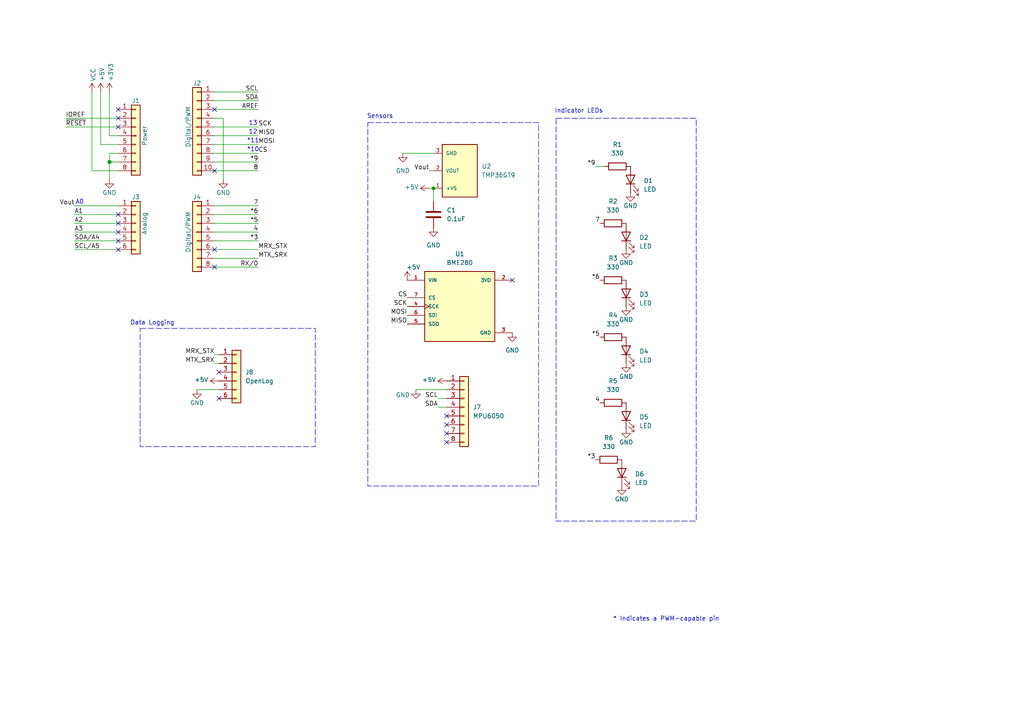
<source format=kicad_sch>
(kicad_sch (version 20250114) (generator "eeschema") (generator_version "9.0")
  (paper "A4")
  (title_block (date "mar. 31 mars 2015"))
  (lib_symbols
    (symbol "2652:2652" (pin_names (offset 1.016))
      (property "Reference" "U" (at -10.16 10.795 0))
      (property "Value" "2652" (at -10.16 -12.7 0))
      (symbol "2652_0_0"
        (rectangle (start -10.16 -10.16) (end 10.16 10.16) (stroke (width 0.254)) (fill (type background)))
        (pin input line (at -15.24 7.62 0) (length 5.08) (name "VIN") (number "1"))
        (pin input line (at -15.24 2.54 0) (length 5.08) (name "CS") (number "7"))
        (pin input clock (at -15.24 0 0) (length 5.08) (name "SCK") (number "4"))
        (pin input line (at -15.24 -2.54 0) (length 5.08) (name "SDI") (number "6"))
        (pin output line (at -15.24 -5.08 0) (length 5.08) (name "SDO") (number "5"))
        (pin output line (at 15.24 7.62 180) (length 5.08) (name "3VO") (number "2"))
        (pin power_in line (at 15.24 -7.62 180) (length 5.08) (name "GND") (number "3"))
      )
    )
    (symbol "Connector_Generic:Conn_01x06" (pin_names (offset 1.016) (hide yes))
      (property "Reference" "J" (at 0 7.62 0))
      (property "Value" "Conn_01x06" (at 0 -10.16 0))
      (symbol "Conn_01x06_1_1"
        (rectangle (start -1.27 6.35) (end 1.27 -8.89) (stroke (width 0.254)) (fill (type background)))
        (rectangle (start -1.27 5.207) (end 0 4.953) (stroke (width 0.1524)))
        (rectangle (start -1.27 2.667) (end 0 2.413) (stroke (width 0.1524)))
        (rectangle (start -1.27 0.127) (end 0 -0.127) (stroke (width 0.1524)))
        (rectangle (start -1.27 -2.413) (end 0 -2.667) (stroke (width 0.1524)))
        (rectangle (start -1.27 -4.953) (end 0 -5.207) (stroke (width 0.1524)))
        (rectangle (start -1.27 -7.493) (end 0 -7.747) (stroke (width 0.1524)))
        (pin passive line (at -5.08 5.08 0) (length 3.81) (name "Pin_1") (number "1"))
        (pin passive line (at -5.08 2.54 0) (length 3.81) (name "Pin_2") (number "2"))
        (pin passive line (at -5.08 0 0) (length 3.81) (name "Pin_3") (number "3"))
        (pin passive line (at -5.08 -2.54 0) (length 3.81) (name "Pin_4") (number "4"))
        (pin passive line (at -5.08 -5.08 0) (length 3.81) (name "Pin_5") (number "5"))
        (pin passive line (at -5.08 -7.62 0) (length 3.81) (name "Pin_6") (number "6"))
      )
    )
    (symbol "Connector_Generic:Conn_01x08" (pin_names (offset 1.016) (hide yes))
      (property "Reference" "J" (at 0 10.16 0))
      (property "Value" "Conn_01x08" (at 0 -12.7 0))
      (symbol "Conn_01x08_1_1"
        (rectangle (start -1.27 8.89) (end 1.27 -11.43) (stroke (width 0.254)) (fill (type background)))
        (rectangle (start -1.27 7.747) (end 0 7.493) (stroke (width 0.1524)))
        (rectangle (start -1.27 5.207) (end 0 4.953) (stroke (width 0.1524)))
        (rectangle (start -1.27 2.667) (end 0 2.413) (stroke (width 0.1524)))
        (rectangle (start -1.27 0.127) (end 0 -0.127) (stroke (width 0.1524)))
        (rectangle (start -1.27 -2.413) (end 0 -2.667) (stroke (width 0.1524)))
        (rectangle (start -1.27 -4.953) (end 0 -5.207) (stroke (width 0.1524)))
        (rectangle (start -1.27 -7.493) (end 0 -7.747) (stroke (width 0.1524)))
        (rectangle (start -1.27 -10.033) (end 0 -10.287) (stroke (width 0.1524)))
        (pin passive line (at -5.08 7.62 0) (length 3.81) (name "Pin_1") (number "1"))
        (pin passive line (at -5.08 5.08 0) (length 3.81) (name "Pin_2") (number "2"))
        (pin passive line (at -5.08 2.54 0) (length 3.81) (name "Pin_3") (number "3"))
        (pin passive line (at -5.08 0 0) (length 3.81) (name "Pin_4") (number "4"))
        (pin passive line (at -5.08 -2.54 0) (length 3.81) (name "Pin_5") (number "5"))
        (pin passive line (at -5.08 -5.08 0) (length 3.81) (name "Pin_6") (number "6"))
        (pin passive line (at -5.08 -7.62 0) (length 3.81) (name "Pin_7") (number "7"))
        (pin passive line (at -5.08 -10.16 0) (length 3.81) (name "Pin_8") (number "8"))
      )
    )
    (symbol "Connector_Generic:Conn_01x10" (pin_names (offset 1.016) (hide yes))
      (property "Reference" "J" (at 0 12.7 0))
      (property "Value" "Conn_01x10" (at 0 -15.24 0))
      (symbol "Conn_01x10_1_1"
        (rectangle (start -1.27 11.43) (end 1.27 -13.97) (stroke (width 0.254)) (fill (type background)))
        (rectangle (start -1.27 10.287) (end 0 10.033) (stroke (width 0.1524)))
        (rectangle (start -1.27 7.747) (end 0 7.493) (stroke (width 0.1524)))
        (rectangle (start -1.27 5.207) (end 0 4.953) (stroke (width 0.1524)))
        (rectangle (start -1.27 2.667) (end 0 2.413) (stroke (width 0.1524)))
        (rectangle (start -1.27 0.127) (end 0 -0.127) (stroke (width 0.1524)))
        (rectangle (start -1.27 -2.413) (end 0 -2.667) (stroke (width 0.1524)))
        (rectangle (start -1.27 -4.953) (end 0 -5.207) (stroke (width 0.1524)))
        (rectangle (start -1.27 -7.493) (end 0 -7.747) (stroke (width 0.1524)))
        (rectangle (start -1.27 -10.033) (end 0 -10.287) (stroke (width 0.1524)))
        (rectangle (start -1.27 -12.573) (end 0 -12.827) (stroke (width 0.1524)))
        (pin passive line (at -5.08 10.16 0) (length 3.81) (name "Pin_1") (number "1"))
        (pin passive line (at -5.08 7.62 0) (length 3.81) (name "Pin_2") (number "2"))
        (pin passive line (at -5.08 5.08 0) (length 3.81) (name "Pin_3") (number "3"))
        (pin passive line (at -5.08 2.54 0) (length 3.81) (name "Pin_4") (number "4"))
        (pin passive line (at -5.08 0 0) (length 3.81) (name "Pin_5") (number "5"))
        (pin passive line (at -5.08 -2.54 0) (length 3.81) (name "Pin_6") (number "6"))
        (pin passive line (at -5.08 -5.08 0) (length 3.81) (name "Pin_7") (number "7"))
        (pin passive line (at -5.08 -7.62 0) (length 3.81) (name "Pin_8") (number "8"))
        (pin passive line (at -5.08 -10.16 0) (length 3.81) (name "Pin_9") (number "9"))
        (pin passive line (at -5.08 -12.7 0) (length 3.81) (name "Pin_10") (number "10"))
      )
    )
    (symbol "Device:C" (pin_numbers (hide yes)) (pin_names (offset 0.254))
      (property "Reference" "C" (at 0.635 2.54 0))
      (property "Value" "C" (at 0.635 -2.54 0))
      (symbol "C_0_1"
        (polyline (pts (xy -2.032 0.762) (xy 2.032 0.762)) (stroke (width 0.508)))
        (polyline (pts (xy -2.032 -0.762) (xy 2.032 -0.762)) (stroke (width 0.508)))
      )
      (symbol "C_1_1"
        (pin passive line (at 0 3.81 270) (length 2.794) (name "~") (number "1"))
        (pin passive line (at 0 -3.81 90) (length 2.794) (name "~") (number "2"))
      )
    )
    (symbol "Device:LED" (pin_numbers (hide yes)) (pin_names (offset 1.016) (hide yes))
      (property "Reference" "D" (at 0 2.54 0))
      (property "Value" "LED" (at 0 -2.54 0))
      (symbol "LED_0_1"
        (polyline (pts (xy -3.048 -0.762) (xy -4.572 -2.286) (xy -3.81 -2.286) (xy -4.572 -2.286) (xy -4.572 -1.524)))
        (polyline (pts (xy -1.778 -0.762) (xy -3.302 -2.286) (xy -2.54 -2.286) (xy -3.302 -2.286) (xy -3.302 -1.524)))
        (polyline (pts (xy -1.27 0) (xy 1.27 0)))
        (polyline (pts (xy -1.27 -1.27) (xy -1.27 1.27)) (stroke (width 0.254)))
        (polyline (pts (xy 1.27 -1.27) (xy 1.27 1.27) (xy -1.27 0) (xy 1.27 -1.27)) (stroke (width 0.254)))
      )
      (symbol "LED_1_1"
        (pin passive line (at -3.81 0 0) (length 2.54) (name "K") (number "1"))
        (pin passive line (at 3.81 0 180) (length 2.54) (name "A") (number "2"))
      )
    )
    (symbol "Device:R" (pin_numbers (hide yes)) (pin_names (offset 0))
      (property "Reference" "R" (at 2.032 0 90))
      (property "Value" "R" (at 0 0 90))
      (symbol "R_0_1"
        (rectangle (start -1.016 -2.54) (end 1.016 2.54) (stroke (width 0.254)))
      )
      (symbol "R_1_1"
        (pin passive line (at 0 3.81 270) (length 1.27) (name "~") (number "1"))
        (pin passive line (at 0 -3.81 90) (length 1.27) (name "~") (number "2"))
      )
    )
    (symbol "TMP36GT9:TMP36GT9" (pin_names (offset 1.016))
      (property "Reference" "U" (at -5.0829 7.6244 0))
      (property "Value" "TMP36GT9" (at -5.08 -10.16 0))
      (symbol "TMP36GT9_0_0"
        (rectangle (start -5.08 -7.62) (end 5.08 7.62) (stroke (width 0.254)) (fill (type background)))
        (pin power_in line (at 7.62 5.08 180) (length 2.54) (name "+VS") (number "1"))
        (pin output line (at 7.62 0 180) (length 2.54) (name "VOUT") (number "2"))
        (pin power_in line (at 7.62 -5.08 180) (length 2.54) (name "GND") (number "3"))
      )
    )
    (symbol "power:+3V3" (power) (pin_numbers (hide yes)) (pin_names (offset 0) (hide yes))
      (property "Value" "+3V3" (at 0 3.556 0))
      (symbol "+3V3_0_1"
        (polyline (pts (xy -0.762 1.27) (xy 0 2.54)))
        (polyline (pts (xy 0 2.54) (xy 0.762 1.27)))
        (polyline (pts (xy 0 0) (xy 0 2.54)))
      )
      (symbol "+3V3_1_1"
        (pin power_in line (at 0 0 90) (length 0) (name "~") (number "1"))
      )
    )
    (symbol "power:+5V" (power) (pin_numbers (hide yes)) (pin_names (offset 0) (hide yes))
      (property "Value" "+5V" (at 0 3.556 0))
      (symbol "+5V_0_1"
        (polyline (pts (xy -0.762 1.27) (xy 0 2.54)))
        (polyline (pts (xy 0 2.54) (xy 0.762 1.27)))
        (polyline (pts (xy 0 0) (xy 0 2.54)))
      )
      (symbol "+5V_1_1"
        (pin power_in line (at 0 0 90) (length 0) (name "~") (number "1"))
      )
    )
    (symbol "power:GND" (power) (pin_numbers (hide yes)) (pin_names (offset 0) (hide yes))
      (property "Value" "GND" (at 0 -3.81 0))
      (symbol "GND_0_1"
        (polyline (pts (xy 0 0) (xy 0 -1.27) (xy 1.27 -1.27) (xy 0 -2.54) (xy -1.27 -1.27) (xy 0 -1.27)))
      )
      (symbol "GND_1_1"
        (pin power_in line (at 0 0 270) (length 0) (name "~") (number "1"))
      )
    )
    (symbol "power:VCC" (power) (pin_numbers (hide yes)) (pin_names (offset 0) (hide yes))
      (property "Value" "VCC" (at 0 3.556 0))
      (symbol "VCC_0_1"
        (polyline (pts (xy -0.762 1.27) (xy 0 2.54)))
        (polyline (pts (xy 0 2.54) (xy 0.762 1.27)))
        (polyline (pts (xy 0 0) (xy 0 2.54)))
      )
      (symbol "VCC_1_1"
        (pin power_in line (at 0 0 90) (length 0) (name "~") (number "1"))
      )
    )
  )
  (rectangle (start 106.68 35.56) (end 156.21 140.97) (stroke (width 0) (type dash)))
  (rectangle (start 161.29 34.29) (end 201.93 151.13) (stroke (width 0) (type dash)))
  (rectangle (start 40.64 95.25) (end 91.44 129.54) (stroke (width 0) (type dash)))
  (text "*11\n\n" (at 73.406 41.91 0) (effects (font (size 1.27 1.27))))
  (text "Data Logging\n" (at 44.196 93.726 0) (effects (font (size 1.27 1.27))))
  (text "Indicator LEDs\n" (at 167.894 32.258 0) (effects (font (size 1.27 1.27))))
  (text "Sensors" (at 110.236 33.782 0) (effects (font (size 1.27 1.27))))
  (text "12\n" (at 73.406 38.354 0) (effects (font (size 1.27 1.27))))
  (text "* Indicates a PWM-capable pin" (at 177.8 180.34 0) (effects (font (size 1.27 1.27)) (justify left bottom)))
  (text "13\n" (at 73.406 35.814 0) (effects (font (size 1.27 1.27))))
  (text "A0" (at 23.114 58.674 0) (effects (font (size 1.27 1.27))))
  (text "*10" (at 73.406 43.434 0) (effects (font (size 1.27 1.27))))
  (junction (at 31.75 46.99) (diameter 1.016))
  (junction (at 125.73 54.61))
  (no_connect (at 62.23 72.39))
  (no_connect (at 34.29 72.39))
  (no_connect (at 63.5 115.57))
  (no_connect (at 129.54 125.73))
  (no_connect (at 129.54 128.27))
  (no_connect (at 62.23 77.47))
  (no_connect (at 34.29 34.29))
  (no_connect (at 34.29 69.85))
  (no_connect (at 63.5 107.95))
  (no_connect (at 129.54 120.65))
  (no_connect (at 34.29 62.23))
  (no_connect (at 34.29 67.31))
  (no_connect (at 34.29 36.83))
  (no_connect (at 62.23 31.75))
  (no_connect (at 34.29 31.75))
  (no_connect (at 148.59 81.28))
  (no_connect (at 62.23 49.53))
  (no_connect (at 34.29 64.77))
  (no_connect (at 129.54 123.19))
  (wire (pts (xy 62.23 77.47) (xy 74.93 77.47)))
  (wire (pts (xy 62.23 44.45) (xy 74.93 44.45)))
  (wire (pts (xy 62.23 26.67) (xy 74.93 26.67)))
  (wire (pts (xy 62.23 105.41) (xy 63.5 105.41)))
  (wire (pts (xy 31.75 44.45) (xy 31.75 46.99)))
  (wire (pts (xy 120.65 113.03) (xy 129.54 113.03)))
  (wire (pts (xy 125.73 58.42) (xy 125.73 54.61)))
  (wire (pts (xy 21.59 72.39) (xy 34.29 72.39)))
  (wire (pts (xy 31.75 46.99) (xy 31.75 52.07)))
  (wire (pts (xy 31.75 39.37) (xy 34.29 39.37)))
  (wire (pts (xy 29.21 41.91) (xy 34.29 41.91)))
  (wire (pts (xy 29.21 26.67) (xy 29.21 41.91)))
  (wire (pts (xy 62.23 36.83) (xy 74.93 36.83)))
  (wire (pts (xy 31.75 26.67) (xy 31.75 39.37)))
  (wire (pts (xy 62.23 59.69) (xy 74.93 59.69)))
  (wire (pts (xy 34.29 59.69) (xy 21.59 59.69)))
  (wire (pts (xy 62.23 39.37) (xy 74.93 39.37)))
  (wire (pts (xy 62.23 62.23) (xy 74.93 62.23)))
  (wire (pts (xy 62.23 46.99) (xy 74.93 46.99)))
  (wire (pts (xy 62.23 67.31) (xy 74.93 67.31)))
  (wire (pts (xy 172.72 48.26) (xy 175.26 48.26)))
  (wire (pts (xy 19.05 34.29) (xy 34.29 34.29)))
  (wire (pts (xy 127 118.11) (xy 129.54 118.11)))
  (wire (pts (xy 116.84 44.45) (xy 125.73 44.45)))
  (wire (pts (xy 64.77 34.29) (xy 64.77 52.07)))
  (wire (pts (xy 62.23 31.75) (xy 74.93 31.75)))
  (wire (pts (xy 62.23 102.87) (xy 63.5 102.87)))
  (wire (pts (xy 34.29 64.77) (xy 21.59 64.77)))
  (wire (pts (xy 19.05 36.83) (xy 34.29 36.83)))
  (wire (pts (xy 124.46 49.53) (xy 125.73 49.53)))
  (wire (pts (xy 34.29 46.99) (xy 31.75 46.99)))
  (wire (pts (xy 34.29 49.53) (xy 26.67 49.53)))
  (wire (pts (xy 21.59 62.23) (xy 34.29 62.23)))
  (wire (pts (xy 62.23 34.29) (xy 64.77 34.29)))
  (wire (pts (xy 34.29 44.45) (xy 31.75 44.45)))
  (wire (pts (xy 62.23 41.91) (xy 74.93 41.91)))
  (wire (pts (xy 127 115.57) (xy 129.54 115.57)))
  (wire (pts (xy 62.23 64.77) (xy 74.93 64.77)))
  (wire (pts (xy 21.59 67.31) (xy 34.29 67.31)))
  (wire (pts (xy 124.46 54.61) (xy 125.73 54.61)))
  (wire (pts (xy 62.23 29.21) (xy 74.93 29.21)))
  (wire (pts (xy 62.23 72.39) (xy 74.93 72.39)))
  (wire (pts (xy 62.23 69.85) (xy 74.93 69.85)))
  (wire (pts (xy 57.15 113.03) (xy 63.5 113.03)))
  (wire (pts (xy 62.23 74.93) (xy 74.93 74.93)))
  (wire (pts (xy 26.67 49.53) (xy 26.67 26.67)))
  (wire (pts (xy 34.29 69.85) (xy 21.59 69.85)))
  (wire (pts (xy 62.23 49.53) (xy 74.93 49.53)))
  (label "RX{slash}0" (at 74.93 77.47 180))
  (label "MOSI" (at 118.11 91.44 180))
  (label "A2" (at 21.59 64.77 0))
  (label "4" (at 74.93 67.31 180))
  (label "*5" (at 173.99 97.79 180))
  (label "SCK" (at 118.11 88.9 180))
  (label "A3" (at 21.59 67.31 0))
  (label "*9" (at 172.72 48.26 180))
  (label "MTX_SRX" (at 62.23 105.41 180))
  (label "SCK" (at 74.93 36.83 0))
  (label "Vout" (at 124.46 49.53 180))
  (label "MISO" (at 74.93 39.37 0))
  (label "4" (at 173.99 116.84 180))
  (label "~{RESET}" (at 19.05 36.83 0))
  (label "SDA" (at 127 118.11 180))
  (label "CS" (at 74.93 44.45 0))
  (label "7" (at 173.99 64.77 180))
  (label "7" (at 74.93 59.69 180))
  (label "SDA" (at 74.93 29.21 180))
  (label "8" (at 74.93 49.53 180))
  (label "MTX_SRX" (at 74.93 74.93 0))
  (label "MOSI" (at 74.93 41.91 0))
  (label "*3" (at 74.93 69.85 180))
  (label "MRX_STX" (at 62.23 102.87 180))
  (label "SCL" (at 127 115.57 180))
  (label "A1" (at 21.59 62.23 0))
  (label "*6" (at 173.99 81.28 180))
  (label "MRX_STX" (at 74.93 72.39 0))
  (label "Vout" (at 21.59 59.69 180))
  (label "AREF" (at 74.93 31.75 180))
  (label "CS" (at 118.11 86.36 180))
  (label "*6" (at 74.93 62.23 180))
  (label "SCL" (at 74.93 26.67 180))
  (label "*9" (at 74.93 46.99 180))
  (label "*5" (at 74.93 64.77 180))
  (label "*3" (at 172.72 133.35 180))
  (label "IOREF" (at 19.05 34.29 0))
  (label "MISO" (at 118.11 93.98 180))
  (label "SDA{slash}A4" (at 21.59 69.85 0))
  (label "SCL{slash}A5" (at 21.59 72.39 0))
  (symbol (lib_id "Connector_Generic:Conn_01x08") (at 39.37 39.37 0) (unit 1)
    (property "Reference" "J1" (at 39.37 29.21 0))
    (property "Value" "Power" (at 41.91 39.37 90))
    (property "Footprint" "Connector_PinSocket_2.54mm:PinSocket_1x08_P2.54mm_Vertical" (effects (hide yes)))
    (property "Datasheet" "~" (at 39.37 39.37 0))
    (property "Description" "Generic connector, single row, 01x08, script generated (kicad-library-utils/schlib/autogen/connector/)" (effects (hide yes)))
  )
  (symbol (lib_id "power:+3V3") (at 31.75 26.67 0) (unit 1)
    (property "Reference" "#PWR03" (effects (hide yes)))
    (property "Value" "+3V3" (at 32.131 23.622 90) (effects (justify left)))
    (property "Description" "Power symbol creates a global label with name \"+3V3\"" (effects (hide yes)))
  )
  (symbol (lib_id "power:+5V") (at 29.21 26.67 0) (unit 1)
    (property "Reference" "#PWR02" (effects (hide yes)))
    (property "Value" "+5V" (at 29.5656 23.622 90) (effects (justify left)))
    (property "Description" "Power symbol creates a global label with name \"+5V\"" (effects (hide yes)))
  )
  (symbol (lib_id "power:GND") (at 31.75 52.07 0) (unit 1)
    (property "Reference" "#PWR04" (effects (hide yes)))
    (property "Value" "GND" (at 31.75 55.88 0))
    (property "Description" "Power symbol creates a global label with name \"GND\" , ground" (effects (hide yes)))
  )
  (symbol (lib_id "Connector_Generic:Conn_01x10") (at 57.15 36.83 0) (mirror y) (unit 1)
    (property "Reference" "J2" (at 57.15 24.13 0))
    (property "Value" "Digital/PWM" (at 54.61 36.83 90))
    (property "Footprint" "Connector_PinSocket_2.54mm:PinSocket_1x10_P2.54mm_Vertical" (effects (hide yes)))
    (property "Datasheet" "~" (at 57.15 36.83 0))
    (property "Description" "Generic connector, single row, 01x10, script generated (kicad-library-utils/schlib/autogen/connector/)" (effects (hide yes)))
  )
  (symbol (lib_id "power:GND") (at 64.77 52.07 0) (unit 1)
    (property "Reference" "#PWR05" (effects (hide yes)))
    (property "Value" "GND" (at 64.77 55.88 0))
    (property "Description" "Power symbol creates a global label with name \"GND\" , ground" (effects (hide yes)))
  )
  (symbol (lib_id "Connector_Generic:Conn_01x06") (at 39.37 64.77 0) (unit 1)
    (property "Reference" "J3" (at 39.37 57.15 0))
    (property "Value" "Analog" (at 41.91 64.77 90))
    (property "Footprint" "Connector_PinSocket_2.54mm:PinSocket_1x06_P2.54mm_Vertical" (effects (hide yes)))
    (property "Description" "Generic connector, single row, 01x06, script generated (kicad-library-utils/schlib/autogen/connector/)" (effects (hide yes)))
  )
  (symbol (lib_id "Connector_Generic:Conn_01x08") (at 57.15 67.31 0) (mirror y) (unit 1)
    (property "Reference" "J4" (at 57.15 57.15 0))
    (property "Value" "Digital/PWM" (at 54.61 67.31 90))
    (property "Footprint" "Connector_PinSocket_2.54mm:PinSocket_1x08_P2.54mm_Vertical" (effects (hide yes)))
    (property "Datasheet" "~" (at 57.15 67.31 0))
    (property "Description" "Generic connector, single row, 01x08, script generated (kicad-library-utils/schlib/autogen/connector/)" (effects (hide yes)))
  )
  (symbol (lib_id "power:+5V") (at 118.11 81.28 0) (unit 1)
    (property "Reference" "#PWR07" (effects (hide yes)))
    (property "Value" "+5V" (at 117.856 77.47 0) (effects (justify left)))
    (property "Description" "Power symbol creates a global label with name \"+5V\"" (effects (hide yes)))
  )
  (symbol (lib_id "Device:R") (at 176.53 133.35 90) (unit 1)
    (property "Reference" "R6" (at 176.53 127 90))
    (property "Value" "330" (at 176.53 129.54 90))
    (property "Footprint" "Resistor_THT:R_Axial_DIN0207_L6.3mm_D2.5mm_P10.16mm_Horizontal" (effects (hide yes)))
    (property "Description" "Resistor" (effects (hide yes)))
  )
  (symbol (lib_id "power:GND") (at 180.34 140.97 0) (unit 1)
    (property "Reference" "#PWR022" (effects (hide yes)))
    (property "Value" "GND" (at 180.34 144.78 0))
    (property "Description" "Power symbol creates a global label with name \"GND\" , ground" (effects (hide yes)))
  )
  (symbol (lib_id "power:GND") (at 116.84 44.45 0) (unit 1)
    (property "Reference" "#PWR08" (effects (hide yes)))
    (property "Value" "GND" (at 116.84 49.53 0))
    (property "Description" "Power symbol creates a global label with name \"GND\" , ground" (effects (hide yes)))
  )
  (symbol (lib_id "power:GND") (at 125.73 66.04 0) (unit 1)
    (property "Reference" "#PWR012" (effects (hide yes)))
    (property "Value" "GND" (at 125.73 71.12 0))
    (property "Description" "Power symbol creates a global label with name \"GND\" , ground" (effects (hide yes)))
  )
  (symbol (lib_id "Device:R") (at 177.8 81.28 90) (unit 1)
    (property "Reference" "R3" (at 177.8 74.93 90))
    (property "Value" "330" (at 177.8 77.47 90))
    (property "Footprint" "Resistor_THT:R_Axial_DIN0207_L6.3mm_D2.5mm_P10.16mm_Horizontal" (effects (hide yes)))
    (property "Description" "Resistor" (effects (hide yes)))
  )
  (symbol (lib_id "power:+5V") (at 124.46 54.61 90) (unit 1)
    (property "Reference" "#PWR011" (effects (hide yes)))
    (property "Value" "+5V" (at 121.412 54.2544 90) (effects (justify left)))
    (property "Description" "Power symbol creates a global label with name \"+5V\"" (effects (hide yes)))
  )
  (symbol (lib_id "power:GND") (at 182.88 55.88 0) (unit 1)
    (property "Reference" "#PWR017" (effects (hide yes)))
    (property "Value" "GND" (at 182.88 59.69 0))
    (property "Description" "Power symbol creates a global label with name \"GND\" , ground" (effects (hide yes)))
  )
  (symbol (lib_id "Device:R") (at 177.8 64.77 90) (unit 1)
    (property "Reference" "R2" (at 177.8 58.42 90))
    (property "Value" "330" (at 177.8 60.96 90))
    (property "Footprint" "Resistor_THT:R_Axial_DIN0207_L6.3mm_D2.5mm_P10.16mm_Horizontal" (effects (hide yes)))
    (property "Description" "Resistor" (effects (hide yes)))
  )
  (symbol (lib_id "Device:R") (at 177.8 116.84 90) (unit 1)
    (property "Reference" "R5" (at 177.8 110.49 90))
    (property "Value" "330" (at 177.8 113.03 90))
    (property "Footprint" "Resistor_THT:R_Axial_DIN0207_L6.3mm_D2.5mm_P10.16mm_Horizontal" (effects (hide yes)))
    (property "Description" "Resistor" (effects (hide yes)))
  )
  (symbol (lib_id "power:+5V") (at 63.5 110.49 90) (unit 1)
    (property "Reference" "#PWR023" (effects (hide yes)))
    (property "Value" "+5V" (at 60.452 110.1344 90) (effects (justify left)))
    (property "Description" "Power symbol creates a global label with name \"+5V\"" (effects (hide yes)))
  )
  (symbol (lib_id "Device:R") (at 179.07 48.26 90) (unit 1)
    (property "Reference" "R1" (at 179.07 41.91 90))
    (property "Value" "330" (at 179.07 44.45 90))
    (property "Footprint" "Resistor_THT:R_Axial_DIN0207_L6.3mm_D2.5mm_P10.16mm_Horizontal" (effects (hide yes)))
    (property "Description" "Resistor" (effects (hide yes)))
  )
  (symbol (lib_id "Connector_Generic:Conn_01x06") (at 68.58 107.95 0) (unit 1)
    (property "Reference" "J8" (at 71.12 107.9499 0) (effects (justify left)))
    (property "Value" "OpenLog" (at 71.12 110.4899 0) (effects (justify left)))
    (property "Footprint" "OpenLog:MODULE_DEV-13712" (effects (hide yes)))
    (property "Description" "Generic connector, single row, 01x06, script generated (kicad-library-utils/schlib/autogen/connector/)" (effects (hide yes)))
  )
  (symbol (lib_id "power:GND") (at 181.61 72.39 0) (unit 1)
    (property "Reference" "#PWR018" (effects (hide yes)))
    (property "Value" "GND" (at 181.61 76.2 0))
    (property "Description" "Power symbol creates a global label with name \"GND\" , ground" (effects (hide yes)))
  )
  (symbol (lib_id "Device:C") (at 125.73 62.23 0) (unit 1)
    (property "Reference" "C1" (at 129.54 60.9599 0) (effects (justify left)))
    (property "Value" "0.1uF" (at 129.54 63.4999 0) (effects (justify left)))
    (property "Footprint" "Capacitor_THT:CP_Radial_D6.3mm_P2.50mm" (effects (hide yes)))
    (property "Description" "Unpolarized capacitor" (effects (hide yes)))
  )
  (symbol (lib_id "Connector_Generic:Conn_01x08") (at 134.62 118.11 0) (unit 1)
    (property "Reference" "J7" (at 137.16 118.1099 0) (effects (justify left)))
    (property "Value" "MPU6050" (at 137.16 120.6499 0) (effects (justify left)))
    (property "Footprint" "Connector_PinSocket_2.54mm:PinSocket_1x08_P2.54mm_Vertical" (effects (hide yes)))
    (property "Description" "Generic connector, single row, 01x08, script generated (kicad-library-utils/schlib/autogen/connector/)" (effects (hide yes)))
  )
  (symbol (lib_id "power:VCC") (at 26.67 26.67 0) (unit 1)
    (property "Reference" "#PWR01" (effects (hide yes)))
    (property "Value" "VCC" (at 27.051 23.622 90) (effects (justify left)))
    (property "Description" "Power symbol creates a global label with name \"VCC\"" (effects (hide yes)))
  )
  (symbol (lib_id "Device:R") (at 177.8 97.79 90) (unit 1)
    (property "Reference" "R4" (at 177.8 91.44 90))
    (property "Value" "330" (at 177.8 93.98 90))
    (property "Footprint" "Resistor_THT:R_Axial_DIN0207_L6.3mm_D2.5mm_P10.16mm_Horizontal" (effects (hide yes)))
    (property "Description" "Resistor" (effects (hide yes)))
  )
  (symbol (lib_id "power:+5V") (at 129.54 110.49 90) (unit 1)
    (property "Reference" "#PWR010" (effects (hide yes)))
    (property "Value" "+5V" (at 126.492 110.1344 90) (effects (justify left)))
    (property "Description" "Power symbol creates a global label with name \"+5V\"" (effects (hide yes)))
  )
  (symbol (lib_id "Device:LED") (at 180.34 137.16 90) (unit 1)
    (property "Reference" "D6" (at 184.15 137.4774 90) (effects (justify right)))
    (property "Value" "LED" (at 184.15 140.0174 90) (effects (justify right)))
    (property "Footprint" "LED_THT:LED_D3.0mm" (effects (hide yes)))
    (property "Description" "Light emitting diode" (effects (hide yes)))
    (property "Sim.Pins" "1=K 2=A" (effects (hide yes)))
  )
  (symbol (lib_id "power:GND") (at 181.61 124.46 0) (unit 1)
    (property "Reference" "#PWR021" (effects (hide yes)))
    (property "Value" "GND" (at 181.61 128.27 0))
    (property "Description" "Power symbol creates a global label with name \"GND\" , ground" (effects (hide yes)))
  )
  (symbol (lib_id "power:GND") (at 148.59 96.52 0) (unit 1)
    (property "Reference" "#PWR06" (effects (hide yes)))
    (property "Value" "GND" (at 148.59 101.6 0))
    (property "Description" "Power symbol creates a global label with name \"GND\" , ground" (effects (hide yes)))
  )
  (symbol (lib_id "Device:LED") (at 181.61 101.6 90) (unit 1)
    (property "Reference" "D4" (at 185.42 101.9174 90) (effects (justify right)))
    (property "Value" "LED" (at 185.42 104.4574 90) (effects (justify right)))
    (property "Footprint" "LED_THT:LED_D3.0mm" (effects (hide yes)))
    (property "Description" "Light emitting diode" (effects (hide yes)))
    (property "Sim.Pins" "1=K 2=A" (effects (hide yes)))
  )
  (symbol (lib_id "TMP36GT9:TMP36GT9") (at 133.35 49.53 180) (unit 1)
    (property "Reference" "U2" (at 139.7 48.2599 0) (effects (justify right)))
    (property "Value" "TMP36GT9" (at 139.7 50.7999 0) (effects (justify right)))
    (property "Footprint" "TMP36GT9:XDCR_TMP36GT9" (effects (hide yes)))
    (property "MF" "Analog Devices" (effects (hide yes)))
    (property "Description_1" "Voltage Output Temperature Sensors" (effects (hide yes)))
    (property "Package" "TO-3 Analog Devices" (effects (hide yes)))
    (property "Price" "None" (effects (hide yes)))
    (property "Check_prices" "https://www.snapeda.com/parts/TMP36GT9/Analog+Devices/view-part/?ref=eda" (effects (hide yes)))
    (property "PARTREV" "H" (effects (hide yes)))
    (property "SnapEDA_Link" "https://www.snapeda.com/parts/TMP36GT9/Analog+Devices/view-part/?ref=snap" (effects (hide yes)))
    (property "MP" "TMP36GT9" (effects (hide yes)))
    (property "Availability" "In Stock" (effects (hide yes)))
    (property "MANUFACTURER" "ANALOG DEVICE" (effects (hide yes)))
  )
  (symbol (lib_id "power:GND") (at 57.15 113.03 0) (unit 1)
    (property "Reference" "#PWR024" (effects (hide yes)))
    (property "Value" "GND" (at 57.15 116.84 0))
    (property "Description" "Power symbol creates a global label with name \"GND\" , ground" (effects (hide yes)))
  )
  (symbol (lib_id "Device:LED") (at 181.61 68.58 90) (unit 1)
    (property "Reference" "D2" (at 185.42 68.8974 90) (effects (justify right)))
    (property "Value" "LED" (at 185.42 71.4374 90) (effects (justify right)))
    (property "Footprint" "LED_THT:LED_D3.0mm" (effects (hide yes)))
    (property "Description" "Light emitting diode" (effects (hide yes)))
    (property "Sim.Pins" "1=K 2=A" (effects (hide yes)))
  )
  (symbol (lib_id "Device:LED") (at 181.61 120.65 90) (unit 1)
    (property "Reference" "D5" (at 185.42 120.9674 90) (effects (justify right)))
    (property "Value" "LED" (at 185.42 123.5074 90) (effects (justify right)))
    (property "Footprint" "LED_THT:LED_D3.0mm" (effects (hide yes)))
    (property "Description" "Light emitting diode" (effects (hide yes)))
    (property "Sim.Pins" "1=K 2=A" (effects (hide yes)))
  )
  (symbol (lib_id "2652:2652") (at 133.35 88.9 0) (unit 1)
    (property "Reference" "U1" (at 133.35 73.66 0))
    (property "Value" "BME280" (at 133.35 76.2 0))
    (property "Footprint" "2652:MODULE_2652" (effects (hide yes)))
    (property "MF" "Adafruit" (effects (hide yes)))
    (property "MAXIMUM_PACKAGE_HEIGHT" "3 mm" (effects (hide yes)))
    (property "Package" "Package" (effects (hide yes)))
    (property "Price" "None" (effects (hide yes)))
    (property "Check_prices" "https://www.snapeda.com/parts/2652/Adafruit+Industries/view-part/?ref=eda" (effects (hide yes)))
    (property "STANDARD" "Manufacturer Recommendations" (effects (hide yes)))
    (property "PARTREV" "N/A" (effects (hide yes)))
    (property "SnapEDA_Link" "https://www.snapeda.com/parts/2652/Adafruit+Industries/view-part/?ref=snap" (effects (hide yes)))
    (property "MP" "2652" (effects (hide yes)))
    (property "Description_1" "Adafruit BME280 I2C or SPI Temperature Humidity Pressure Sensor | Adafruit Industries 2652 STEMMA QT Version" (effects (hide yes)))
    (property "Availability" "In Stock" (effects (hide yes)))
    (property "MANUFACTURER" "Adafruit" (effects (hide yes)))
  )
  (symbol (lib_id "power:GND") (at 181.61 88.9 0) (unit 1)
    (property "Reference" "#PWR019" (effects (hide yes)))
    (property "Value" "GND" (at 181.61 92.71 0))
    (property "Description" "Power symbol creates a global label with name \"GND\" , ground" (effects (hide yes)))
  )
  (symbol (lib_id "Device:LED") (at 182.88 52.07 90) (unit 1)
    (property "Reference" "D1" (at 186.69 52.3874 90) (effects (justify right)))
    (property "Value" "LED" (at 186.69 54.9274 90) (effects (justify right)))
    (property "Footprint" "LED_THT:LED_D3.0mm" (effects (hide yes)))
    (property "Description" "Light emitting diode" (effects (hide yes)))
    (property "Sim.Pins" "1=K 2=A" (effects (hide yes)))
  )
  (symbol (lib_id "Device:LED") (at 181.61 85.09 90) (unit 1)
    (property "Reference" "D3" (at 185.42 85.4074 90) (effects (justify right)))
    (property "Value" "LED" (at 185.42 87.9474 90) (effects (justify right)))
    (property "Footprint" "LED_THT:LED_D3.0mm" (effects (hide yes)))
    (property "Description" "Light emitting diode" (effects (hide yes)))
    (property "Sim.Pins" "1=K 2=A" (effects (hide yes)))
  )
  (symbol (lib_id "power:GND") (at 181.61 105.41 0) (unit 1)
    (property "Reference" "#PWR020" (effects (hide yes)))
    (property "Value" "GND" (at 181.61 109.22 0))
    (property "Description" "Power symbol creates a global label with name \"GND\" , ground" (effects (hide yes)))
  )
  (symbol (lib_id "power:GND") (at 120.65 113.03 0) (unit 1)
    (property "Reference" "#PWR09" (effects (hide yes)))
    (property "Value" "GND" (at 116.84 114.554 0))
    (property "Description" "Power symbol creates a global label with name \"GND\" , ground" (effects (hide yes)))
  )
)
</source>
